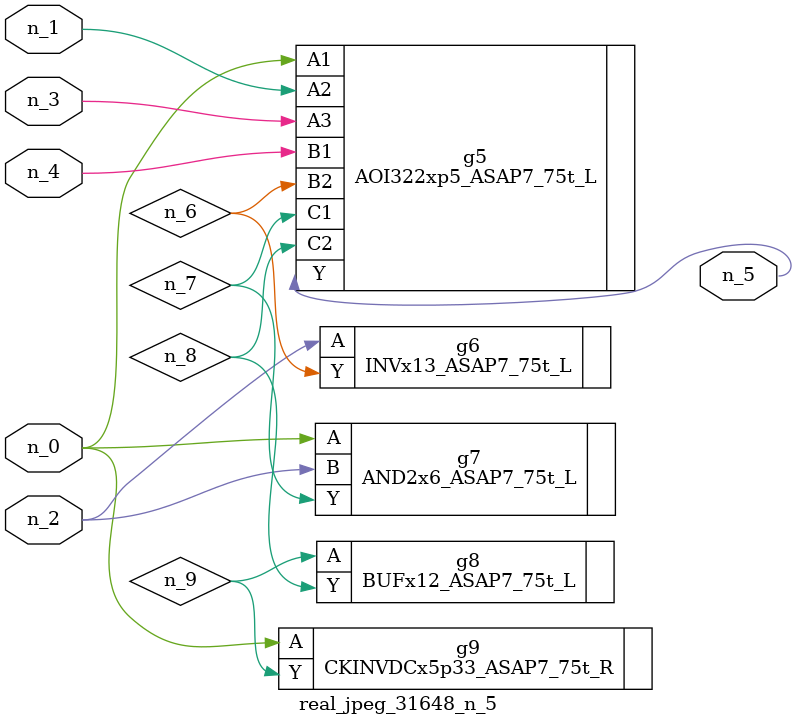
<source format=v>
module real_jpeg_31648_n_5 (n_4, n_0, n_1, n_2, n_3, n_5);

input n_4;
input n_0;
input n_1;
input n_2;
input n_3;

output n_5;

wire n_8;
wire n_6;
wire n_7;
wire n_9;

AOI322xp5_ASAP7_75t_L g5 ( 
.A1(n_0),
.A2(n_1),
.A3(n_3),
.B1(n_4),
.B2(n_6),
.C1(n_7),
.C2(n_8),
.Y(n_5)
);

AND2x6_ASAP7_75t_L g7 ( 
.A(n_0),
.B(n_2),
.Y(n_7)
);

CKINVDCx5p33_ASAP7_75t_R g9 ( 
.A(n_0),
.Y(n_9)
);

INVx13_ASAP7_75t_L g6 ( 
.A(n_2),
.Y(n_6)
);

BUFx12_ASAP7_75t_L g8 ( 
.A(n_9),
.Y(n_8)
);


endmodule
</source>
